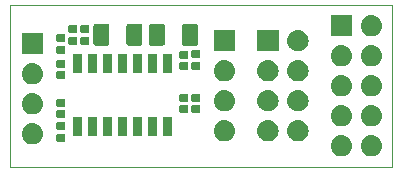
<source format=gbr>
G04 #@! TF.GenerationSoftware,KiCad,Pcbnew,(5.1.0)-1*
G04 #@! TF.CreationDate,2020-05-09T23:37:50+02:00*
G04 #@! TF.ProjectId,Token,546f6b65-6e2e-46b6-9963-61645f706362,rev?*
G04 #@! TF.SameCoordinates,Original*
G04 #@! TF.FileFunction,Soldermask,Top*
G04 #@! TF.FilePolarity,Negative*
%FSLAX46Y46*%
G04 Gerber Fmt 4.6, Leading zero omitted, Abs format (unit mm)*
G04 Created by KiCad (PCBNEW (5.1.0)-1) date 2020-05-09 23:37:50*
%MOMM*%
%LPD*%
G04 APERTURE LIST*
%ADD10C,0.050000*%
%ADD11C,0.100000*%
G04 APERTURE END LIST*
D10*
X138049000Y-49149000D02*
X138049000Y-48133000D01*
X170434000Y-49149000D02*
X138049000Y-49149000D01*
X138049000Y-35433000D02*
X138049000Y-48133000D01*
X170434000Y-35433000D02*
X138049000Y-35433000D01*
X170434000Y-49149000D02*
X170434000Y-35433000D01*
D11*
G36*
X168766442Y-46476518D02*
G01*
X168832627Y-46483037D01*
X169002466Y-46534557D01*
X169158991Y-46618222D01*
X169194729Y-46647552D01*
X169296186Y-46730814D01*
X169379448Y-46832271D01*
X169408778Y-46868009D01*
X169492443Y-47024534D01*
X169543963Y-47194373D01*
X169561359Y-47371000D01*
X169543963Y-47547627D01*
X169492443Y-47717466D01*
X169408778Y-47873991D01*
X169379448Y-47909729D01*
X169296186Y-48011186D01*
X169194729Y-48094448D01*
X169158991Y-48123778D01*
X169002466Y-48207443D01*
X168832627Y-48258963D01*
X168766442Y-48265482D01*
X168700260Y-48272000D01*
X168611740Y-48272000D01*
X168545558Y-48265482D01*
X168479373Y-48258963D01*
X168309534Y-48207443D01*
X168153009Y-48123778D01*
X168117271Y-48094448D01*
X168015814Y-48011186D01*
X167932552Y-47909729D01*
X167903222Y-47873991D01*
X167819557Y-47717466D01*
X167768037Y-47547627D01*
X167750641Y-47371000D01*
X167768037Y-47194373D01*
X167819557Y-47024534D01*
X167903222Y-46868009D01*
X167932552Y-46832271D01*
X168015814Y-46730814D01*
X168117271Y-46647552D01*
X168153009Y-46618222D01*
X168309534Y-46534557D01*
X168479373Y-46483037D01*
X168545557Y-46476519D01*
X168611740Y-46470000D01*
X168700260Y-46470000D01*
X168766442Y-46476518D01*
X168766442Y-46476518D01*
G37*
G36*
X166226442Y-46476518D02*
G01*
X166292627Y-46483037D01*
X166462466Y-46534557D01*
X166618991Y-46618222D01*
X166654729Y-46647552D01*
X166756186Y-46730814D01*
X166839448Y-46832271D01*
X166868778Y-46868009D01*
X166952443Y-47024534D01*
X167003963Y-47194373D01*
X167021359Y-47371000D01*
X167003963Y-47547627D01*
X166952443Y-47717466D01*
X166868778Y-47873991D01*
X166839448Y-47909729D01*
X166756186Y-48011186D01*
X166654729Y-48094448D01*
X166618991Y-48123778D01*
X166462466Y-48207443D01*
X166292627Y-48258963D01*
X166226442Y-48265482D01*
X166160260Y-48272000D01*
X166071740Y-48272000D01*
X166005558Y-48265482D01*
X165939373Y-48258963D01*
X165769534Y-48207443D01*
X165613009Y-48123778D01*
X165577271Y-48094448D01*
X165475814Y-48011186D01*
X165392552Y-47909729D01*
X165363222Y-47873991D01*
X165279557Y-47717466D01*
X165228037Y-47547627D01*
X165210641Y-47371000D01*
X165228037Y-47194373D01*
X165279557Y-47024534D01*
X165363222Y-46868009D01*
X165392552Y-46832271D01*
X165475814Y-46730814D01*
X165577271Y-46647552D01*
X165613009Y-46618222D01*
X165769534Y-46534557D01*
X165939373Y-46483037D01*
X166005557Y-46476519D01*
X166071740Y-46470000D01*
X166160260Y-46470000D01*
X166226442Y-46476518D01*
X166226442Y-46476518D01*
G37*
G36*
X140064443Y-45460519D02*
G01*
X140130627Y-45467037D01*
X140300466Y-45518557D01*
X140456991Y-45602222D01*
X140492729Y-45631552D01*
X140594186Y-45714814D01*
X140677448Y-45816271D01*
X140706778Y-45852009D01*
X140790443Y-46008534D01*
X140841963Y-46178373D01*
X140859359Y-46355000D01*
X140841963Y-46531627D01*
X140790443Y-46701466D01*
X140706778Y-46857991D01*
X140677448Y-46893729D01*
X140594186Y-46995186D01*
X140492729Y-47078448D01*
X140456991Y-47107778D01*
X140300466Y-47191443D01*
X140130627Y-47242963D01*
X140064442Y-47249482D01*
X139998260Y-47256000D01*
X139909740Y-47256000D01*
X139843558Y-47249482D01*
X139777373Y-47242963D01*
X139607534Y-47191443D01*
X139451009Y-47107778D01*
X139415271Y-47078448D01*
X139313814Y-46995186D01*
X139230552Y-46893729D01*
X139201222Y-46857991D01*
X139117557Y-46701466D01*
X139066037Y-46531627D01*
X139048641Y-46355000D01*
X139066037Y-46178373D01*
X139117557Y-46008534D01*
X139201222Y-45852009D01*
X139230552Y-45816271D01*
X139313814Y-45714814D01*
X139415271Y-45631552D01*
X139451009Y-45602222D01*
X139607534Y-45518557D01*
X139777373Y-45467037D01*
X139843557Y-45460519D01*
X139909740Y-45454000D01*
X139998260Y-45454000D01*
X140064443Y-45460519D01*
X140064443Y-45460519D01*
G37*
G36*
X142648938Y-46346716D02*
G01*
X142669557Y-46352971D01*
X142688553Y-46363124D01*
X142705208Y-46376792D01*
X142718876Y-46393447D01*
X142729029Y-46412443D01*
X142735284Y-46433062D01*
X142738000Y-46460640D01*
X142738000Y-46919360D01*
X142735284Y-46946938D01*
X142729029Y-46967557D01*
X142718876Y-46986553D01*
X142705208Y-47003208D01*
X142688553Y-47016876D01*
X142669557Y-47027029D01*
X142648938Y-47033284D01*
X142621360Y-47036000D01*
X142112640Y-47036000D01*
X142085062Y-47033284D01*
X142064443Y-47027029D01*
X142045447Y-47016876D01*
X142028792Y-47003208D01*
X142015124Y-46986553D01*
X142004971Y-46967557D01*
X141998716Y-46946938D01*
X141996000Y-46919360D01*
X141996000Y-46460640D01*
X141998716Y-46433062D01*
X142004971Y-46412443D01*
X142015124Y-46393447D01*
X142028792Y-46376792D01*
X142045447Y-46363124D01*
X142064443Y-46352971D01*
X142085062Y-46346716D01*
X142112640Y-46344000D01*
X142621360Y-46344000D01*
X142648938Y-46346716D01*
X142648938Y-46346716D01*
G37*
G36*
X156320443Y-45206519D02*
G01*
X156386627Y-45213037D01*
X156556466Y-45264557D01*
X156712991Y-45348222D01*
X156744401Y-45374000D01*
X156850186Y-45460814D01*
X156920916Y-45547000D01*
X156962778Y-45598009D01*
X157046443Y-45754534D01*
X157097963Y-45924373D01*
X157115359Y-46101000D01*
X157097963Y-46277627D01*
X157046443Y-46447466D01*
X156962778Y-46603991D01*
X156933448Y-46639729D01*
X156850186Y-46741186D01*
X156748729Y-46824448D01*
X156712991Y-46853778D01*
X156556466Y-46937443D01*
X156386627Y-46988963D01*
X156323453Y-46995185D01*
X156254260Y-47002000D01*
X156165740Y-47002000D01*
X156096547Y-46995185D01*
X156033373Y-46988963D01*
X155863534Y-46937443D01*
X155707009Y-46853778D01*
X155671271Y-46824448D01*
X155569814Y-46741186D01*
X155486552Y-46639729D01*
X155457222Y-46603991D01*
X155373557Y-46447466D01*
X155322037Y-46277627D01*
X155304641Y-46101000D01*
X155322037Y-45924373D01*
X155373557Y-45754534D01*
X155457222Y-45598009D01*
X155499084Y-45547000D01*
X155569814Y-45460814D01*
X155675599Y-45374000D01*
X155707009Y-45348222D01*
X155863534Y-45264557D01*
X156033373Y-45213037D01*
X156099557Y-45206519D01*
X156165740Y-45200000D01*
X156254260Y-45200000D01*
X156320443Y-45206519D01*
X156320443Y-45206519D01*
G37*
G36*
X162543443Y-45206519D02*
G01*
X162609627Y-45213037D01*
X162779466Y-45264557D01*
X162935991Y-45348222D01*
X162967401Y-45374000D01*
X163073186Y-45460814D01*
X163143916Y-45547000D01*
X163185778Y-45598009D01*
X163269443Y-45754534D01*
X163320963Y-45924373D01*
X163338359Y-46101000D01*
X163320963Y-46277627D01*
X163269443Y-46447466D01*
X163185778Y-46603991D01*
X163156448Y-46639729D01*
X163073186Y-46741186D01*
X162971729Y-46824448D01*
X162935991Y-46853778D01*
X162779466Y-46937443D01*
X162609627Y-46988963D01*
X162546453Y-46995185D01*
X162477260Y-47002000D01*
X162388740Y-47002000D01*
X162319547Y-46995185D01*
X162256373Y-46988963D01*
X162086534Y-46937443D01*
X161930009Y-46853778D01*
X161894271Y-46824448D01*
X161792814Y-46741186D01*
X161709552Y-46639729D01*
X161680222Y-46603991D01*
X161596557Y-46447466D01*
X161545037Y-46277627D01*
X161527641Y-46101000D01*
X161545037Y-45924373D01*
X161596557Y-45754534D01*
X161680222Y-45598009D01*
X161722084Y-45547000D01*
X161792814Y-45460814D01*
X161898599Y-45374000D01*
X161930009Y-45348222D01*
X162086534Y-45264557D01*
X162256373Y-45213037D01*
X162322557Y-45206519D01*
X162388740Y-45200000D01*
X162477260Y-45200000D01*
X162543443Y-45206519D01*
X162543443Y-45206519D01*
G37*
G36*
X160003443Y-45206519D02*
G01*
X160069627Y-45213037D01*
X160239466Y-45264557D01*
X160395991Y-45348222D01*
X160427401Y-45374000D01*
X160533186Y-45460814D01*
X160603916Y-45547000D01*
X160645778Y-45598009D01*
X160729443Y-45754534D01*
X160780963Y-45924373D01*
X160798359Y-46101000D01*
X160780963Y-46277627D01*
X160729443Y-46447466D01*
X160645778Y-46603991D01*
X160616448Y-46639729D01*
X160533186Y-46741186D01*
X160431729Y-46824448D01*
X160395991Y-46853778D01*
X160239466Y-46937443D01*
X160069627Y-46988963D01*
X160006453Y-46995185D01*
X159937260Y-47002000D01*
X159848740Y-47002000D01*
X159779547Y-46995185D01*
X159716373Y-46988963D01*
X159546534Y-46937443D01*
X159390009Y-46853778D01*
X159354271Y-46824448D01*
X159252814Y-46741186D01*
X159169552Y-46639729D01*
X159140222Y-46603991D01*
X159056557Y-46447466D01*
X159005037Y-46277627D01*
X158987641Y-46101000D01*
X159005037Y-45924373D01*
X159056557Y-45754534D01*
X159140222Y-45598009D01*
X159182084Y-45547000D01*
X159252814Y-45460814D01*
X159358599Y-45374000D01*
X159390009Y-45348222D01*
X159546534Y-45264557D01*
X159716373Y-45213037D01*
X159782557Y-45206519D01*
X159848740Y-45200000D01*
X159937260Y-45200000D01*
X160003443Y-45206519D01*
X160003443Y-45206519D01*
G37*
G36*
X145385000Y-46587000D02*
G01*
X144683000Y-46587000D01*
X144683000Y-44985000D01*
X145385000Y-44985000D01*
X145385000Y-46587000D01*
X145385000Y-46587000D01*
G37*
G36*
X144115000Y-46587000D02*
G01*
X143413000Y-46587000D01*
X143413000Y-44985000D01*
X144115000Y-44985000D01*
X144115000Y-46587000D01*
X144115000Y-46587000D01*
G37*
G36*
X146655000Y-46587000D02*
G01*
X145953000Y-46587000D01*
X145953000Y-44985000D01*
X146655000Y-44985000D01*
X146655000Y-46587000D01*
X146655000Y-46587000D01*
G37*
G36*
X147925000Y-46587000D02*
G01*
X147223000Y-46587000D01*
X147223000Y-44985000D01*
X147925000Y-44985000D01*
X147925000Y-46587000D01*
X147925000Y-46587000D01*
G37*
G36*
X149195000Y-46587000D02*
G01*
X148493000Y-46587000D01*
X148493000Y-44985000D01*
X149195000Y-44985000D01*
X149195000Y-46587000D01*
X149195000Y-46587000D01*
G37*
G36*
X150465000Y-46587000D02*
G01*
X149763000Y-46587000D01*
X149763000Y-44985000D01*
X150465000Y-44985000D01*
X150465000Y-46587000D01*
X150465000Y-46587000D01*
G37*
G36*
X151735000Y-46587000D02*
G01*
X151033000Y-46587000D01*
X151033000Y-44985000D01*
X151735000Y-44985000D01*
X151735000Y-46587000D01*
X151735000Y-46587000D01*
G37*
G36*
X142648938Y-45376716D02*
G01*
X142669557Y-45382971D01*
X142688553Y-45393124D01*
X142705208Y-45406792D01*
X142718876Y-45423447D01*
X142729029Y-45442443D01*
X142735284Y-45463062D01*
X142738000Y-45490640D01*
X142738000Y-45949360D01*
X142735284Y-45976938D01*
X142729029Y-45997557D01*
X142718876Y-46016553D01*
X142705208Y-46033208D01*
X142688553Y-46046876D01*
X142669557Y-46057029D01*
X142648938Y-46063284D01*
X142621360Y-46066000D01*
X142112640Y-46066000D01*
X142085062Y-46063284D01*
X142064443Y-46057029D01*
X142045447Y-46046876D01*
X142028792Y-46033208D01*
X142015124Y-46016553D01*
X142004971Y-45997557D01*
X141998716Y-45976938D01*
X141996000Y-45949360D01*
X141996000Y-45490640D01*
X141998716Y-45463062D01*
X142004971Y-45442443D01*
X142015124Y-45423447D01*
X142028792Y-45406792D01*
X142045447Y-45393124D01*
X142064443Y-45382971D01*
X142085062Y-45376716D01*
X142112640Y-45374000D01*
X142621360Y-45374000D01*
X142648938Y-45376716D01*
X142648938Y-45376716D01*
G37*
G36*
X168766443Y-43936519D02*
G01*
X168832627Y-43943037D01*
X169002466Y-43994557D01*
X169158991Y-44078222D01*
X169161157Y-44080000D01*
X169296186Y-44190814D01*
X169379448Y-44292271D01*
X169408778Y-44328009D01*
X169408779Y-44328011D01*
X169492025Y-44483751D01*
X169492443Y-44484534D01*
X169543963Y-44654373D01*
X169561359Y-44831000D01*
X169543963Y-45007627D01*
X169492443Y-45177466D01*
X169408778Y-45333991D01*
X169379448Y-45369729D01*
X169296186Y-45471186D01*
X169203805Y-45547000D01*
X169158991Y-45583778D01*
X169002466Y-45667443D01*
X168832627Y-45718963D01*
X168766442Y-45725482D01*
X168700260Y-45732000D01*
X168611740Y-45732000D01*
X168545558Y-45725482D01*
X168479373Y-45718963D01*
X168309534Y-45667443D01*
X168153009Y-45583778D01*
X168108195Y-45547000D01*
X168015814Y-45471186D01*
X167932552Y-45369729D01*
X167903222Y-45333991D01*
X167819557Y-45177466D01*
X167768037Y-45007627D01*
X167750641Y-44831000D01*
X167768037Y-44654373D01*
X167819557Y-44484534D01*
X167819976Y-44483751D01*
X167903221Y-44328011D01*
X167903222Y-44328009D01*
X167932552Y-44292271D01*
X168015814Y-44190814D01*
X168150843Y-44080000D01*
X168153009Y-44078222D01*
X168309534Y-43994557D01*
X168479373Y-43943037D01*
X168545557Y-43936519D01*
X168611740Y-43930000D01*
X168700260Y-43930000D01*
X168766443Y-43936519D01*
X168766443Y-43936519D01*
G37*
G36*
X166226443Y-43936519D02*
G01*
X166292627Y-43943037D01*
X166462466Y-43994557D01*
X166618991Y-44078222D01*
X166621157Y-44080000D01*
X166756186Y-44190814D01*
X166839448Y-44292271D01*
X166868778Y-44328009D01*
X166868779Y-44328011D01*
X166952025Y-44483751D01*
X166952443Y-44484534D01*
X167003963Y-44654373D01*
X167021359Y-44831000D01*
X167003963Y-45007627D01*
X166952443Y-45177466D01*
X166868778Y-45333991D01*
X166839448Y-45369729D01*
X166756186Y-45471186D01*
X166663805Y-45547000D01*
X166618991Y-45583778D01*
X166462466Y-45667443D01*
X166292627Y-45718963D01*
X166226442Y-45725482D01*
X166160260Y-45732000D01*
X166071740Y-45732000D01*
X166005558Y-45725482D01*
X165939373Y-45718963D01*
X165769534Y-45667443D01*
X165613009Y-45583778D01*
X165568195Y-45547000D01*
X165475814Y-45471186D01*
X165392552Y-45369729D01*
X165363222Y-45333991D01*
X165279557Y-45177466D01*
X165228037Y-45007627D01*
X165210641Y-44831000D01*
X165228037Y-44654373D01*
X165279557Y-44484534D01*
X165279976Y-44483751D01*
X165363221Y-44328011D01*
X165363222Y-44328009D01*
X165392552Y-44292271D01*
X165475814Y-44190814D01*
X165610843Y-44080000D01*
X165613009Y-44078222D01*
X165769534Y-43994557D01*
X165939373Y-43943037D01*
X166005557Y-43936519D01*
X166071740Y-43930000D01*
X166160260Y-43930000D01*
X166226443Y-43936519D01*
X166226443Y-43936519D01*
G37*
G36*
X142648938Y-44360716D02*
G01*
X142669557Y-44366971D01*
X142688553Y-44377124D01*
X142705208Y-44390792D01*
X142718876Y-44407447D01*
X142729029Y-44426443D01*
X142735284Y-44447062D01*
X142738000Y-44474640D01*
X142738000Y-44933360D01*
X142735284Y-44960938D01*
X142729029Y-44981557D01*
X142718876Y-45000553D01*
X142705208Y-45017208D01*
X142688553Y-45030876D01*
X142669557Y-45041029D01*
X142648938Y-45047284D01*
X142621360Y-45050000D01*
X142112640Y-45050000D01*
X142085062Y-45047284D01*
X142064443Y-45041029D01*
X142045447Y-45030876D01*
X142028792Y-45017208D01*
X142015124Y-45000553D01*
X142004971Y-44981557D01*
X141998716Y-44960938D01*
X141996000Y-44933360D01*
X141996000Y-44474640D01*
X141998716Y-44447062D01*
X142004971Y-44426443D01*
X142015124Y-44407447D01*
X142028792Y-44390792D01*
X142045447Y-44377124D01*
X142064443Y-44366971D01*
X142085062Y-44360716D01*
X142112640Y-44358000D01*
X142621360Y-44358000D01*
X142648938Y-44360716D01*
X142648938Y-44360716D01*
G37*
G36*
X140064443Y-42920519D02*
G01*
X140130627Y-42927037D01*
X140300466Y-42978557D01*
X140300468Y-42978558D01*
X140360128Y-43010447D01*
X140456991Y-43062222D01*
X140492729Y-43091552D01*
X140594186Y-43174814D01*
X140677448Y-43276271D01*
X140706778Y-43312009D01*
X140790443Y-43468534D01*
X140841963Y-43638373D01*
X140859359Y-43815000D01*
X140841963Y-43991627D01*
X140790443Y-44161466D01*
X140706778Y-44317991D01*
X140677448Y-44353729D01*
X140594186Y-44455186D01*
X140531829Y-44506360D01*
X140456991Y-44567778D01*
X140300466Y-44651443D01*
X140130627Y-44702963D01*
X140064443Y-44709481D01*
X139998260Y-44716000D01*
X139909740Y-44716000D01*
X139843557Y-44709481D01*
X139777373Y-44702963D01*
X139607534Y-44651443D01*
X139451009Y-44567778D01*
X139376171Y-44506360D01*
X139313814Y-44455186D01*
X139230552Y-44353729D01*
X139201222Y-44317991D01*
X139117557Y-44161466D01*
X139066037Y-43991627D01*
X139048641Y-43815000D01*
X139066037Y-43638373D01*
X139117557Y-43468534D01*
X139201222Y-43312009D01*
X139230552Y-43276271D01*
X139313814Y-43174814D01*
X139415271Y-43091552D01*
X139451009Y-43062222D01*
X139547872Y-43010447D01*
X139607532Y-42978558D01*
X139607534Y-42978557D01*
X139777373Y-42927037D01*
X139843557Y-42920519D01*
X139909740Y-42914000D01*
X139998260Y-42914000D01*
X140064443Y-42920519D01*
X140064443Y-42920519D01*
G37*
G36*
X154078938Y-43933716D02*
G01*
X154099557Y-43939971D01*
X154118553Y-43950124D01*
X154135208Y-43963792D01*
X154148876Y-43980447D01*
X154159029Y-43999443D01*
X154165284Y-44020062D01*
X154168000Y-44047640D01*
X154168000Y-44506360D01*
X154165284Y-44533938D01*
X154159029Y-44554557D01*
X154148876Y-44573553D01*
X154135208Y-44590208D01*
X154118553Y-44603876D01*
X154099557Y-44614029D01*
X154078938Y-44620284D01*
X154051360Y-44623000D01*
X153542640Y-44623000D01*
X153515062Y-44620284D01*
X153494443Y-44614029D01*
X153475447Y-44603876D01*
X153458792Y-44590208D01*
X153445124Y-44573553D01*
X153434971Y-44554557D01*
X153428716Y-44533938D01*
X153426000Y-44506360D01*
X153426000Y-44047640D01*
X153428716Y-44020062D01*
X153434971Y-43999443D01*
X153445124Y-43980447D01*
X153458792Y-43963792D01*
X153475447Y-43950124D01*
X153494443Y-43939971D01*
X153515062Y-43933716D01*
X153542640Y-43931000D01*
X154051360Y-43931000D01*
X154078938Y-43933716D01*
X154078938Y-43933716D01*
G37*
G36*
X153062938Y-43933716D02*
G01*
X153083557Y-43939971D01*
X153102553Y-43950124D01*
X153119208Y-43963792D01*
X153132876Y-43980447D01*
X153143029Y-43999443D01*
X153149284Y-44020062D01*
X153152000Y-44047640D01*
X153152000Y-44506360D01*
X153149284Y-44533938D01*
X153143029Y-44554557D01*
X153132876Y-44573553D01*
X153119208Y-44590208D01*
X153102553Y-44603876D01*
X153083557Y-44614029D01*
X153062938Y-44620284D01*
X153035360Y-44623000D01*
X152526640Y-44623000D01*
X152499062Y-44620284D01*
X152478443Y-44614029D01*
X152459447Y-44603876D01*
X152442792Y-44590208D01*
X152429124Y-44573553D01*
X152418971Y-44554557D01*
X152412716Y-44533938D01*
X152410000Y-44506360D01*
X152410000Y-44047640D01*
X152412716Y-44020062D01*
X152418971Y-43999443D01*
X152429124Y-43980447D01*
X152442792Y-43963792D01*
X152459447Y-43950124D01*
X152478443Y-43939971D01*
X152499062Y-43933716D01*
X152526640Y-43931000D01*
X153035360Y-43931000D01*
X153062938Y-43933716D01*
X153062938Y-43933716D01*
G37*
G36*
X156320442Y-42666518D02*
G01*
X156386627Y-42673037D01*
X156556466Y-42724557D01*
X156712991Y-42808222D01*
X156748729Y-42837552D01*
X156850186Y-42920814D01*
X156923745Y-43010447D01*
X156962778Y-43058009D01*
X157046443Y-43214534D01*
X157097963Y-43384373D01*
X157115359Y-43561000D01*
X157097963Y-43737627D01*
X157046443Y-43907466D01*
X156962778Y-44063991D01*
X156933448Y-44099729D01*
X156850186Y-44201186D01*
X156748729Y-44284448D01*
X156712991Y-44313778D01*
X156712989Y-44313779D01*
X156575712Y-44387156D01*
X156556466Y-44397443D01*
X156386627Y-44448963D01*
X156323453Y-44455185D01*
X156254260Y-44462000D01*
X156165740Y-44462000D01*
X156096547Y-44455185D01*
X156033373Y-44448963D01*
X155863534Y-44397443D01*
X155844289Y-44387156D01*
X155707011Y-44313779D01*
X155707009Y-44313778D01*
X155671271Y-44284448D01*
X155569814Y-44201186D01*
X155486552Y-44099729D01*
X155457222Y-44063991D01*
X155373557Y-43907466D01*
X155322037Y-43737627D01*
X155304641Y-43561000D01*
X155322037Y-43384373D01*
X155373557Y-43214534D01*
X155457222Y-43058009D01*
X155496255Y-43010447D01*
X155569814Y-42920814D01*
X155671271Y-42837552D01*
X155707009Y-42808222D01*
X155863534Y-42724557D01*
X156033373Y-42673037D01*
X156099558Y-42666518D01*
X156165740Y-42660000D01*
X156254260Y-42660000D01*
X156320442Y-42666518D01*
X156320442Y-42666518D01*
G37*
G36*
X160003442Y-42666518D02*
G01*
X160069627Y-42673037D01*
X160239466Y-42724557D01*
X160395991Y-42808222D01*
X160431729Y-42837552D01*
X160533186Y-42920814D01*
X160606745Y-43010447D01*
X160645778Y-43058009D01*
X160729443Y-43214534D01*
X160780963Y-43384373D01*
X160798359Y-43561000D01*
X160780963Y-43737627D01*
X160729443Y-43907466D01*
X160645778Y-44063991D01*
X160616448Y-44099729D01*
X160533186Y-44201186D01*
X160431729Y-44284448D01*
X160395991Y-44313778D01*
X160395989Y-44313779D01*
X160258712Y-44387156D01*
X160239466Y-44397443D01*
X160069627Y-44448963D01*
X160006453Y-44455185D01*
X159937260Y-44462000D01*
X159848740Y-44462000D01*
X159779547Y-44455185D01*
X159716373Y-44448963D01*
X159546534Y-44397443D01*
X159527289Y-44387156D01*
X159390011Y-44313779D01*
X159390009Y-44313778D01*
X159354271Y-44284448D01*
X159252814Y-44201186D01*
X159169552Y-44099729D01*
X159140222Y-44063991D01*
X159056557Y-43907466D01*
X159005037Y-43737627D01*
X158987641Y-43561000D01*
X159005037Y-43384373D01*
X159056557Y-43214534D01*
X159140222Y-43058009D01*
X159179255Y-43010447D01*
X159252814Y-42920814D01*
X159354271Y-42837552D01*
X159390009Y-42808222D01*
X159546534Y-42724557D01*
X159716373Y-42673037D01*
X159782558Y-42666518D01*
X159848740Y-42660000D01*
X159937260Y-42660000D01*
X160003442Y-42666518D01*
X160003442Y-42666518D01*
G37*
G36*
X162543442Y-42666518D02*
G01*
X162609627Y-42673037D01*
X162779466Y-42724557D01*
X162935991Y-42808222D01*
X162971729Y-42837552D01*
X163073186Y-42920814D01*
X163146745Y-43010447D01*
X163185778Y-43058009D01*
X163269443Y-43214534D01*
X163320963Y-43384373D01*
X163338359Y-43561000D01*
X163320963Y-43737627D01*
X163269443Y-43907466D01*
X163185778Y-44063991D01*
X163156448Y-44099729D01*
X163073186Y-44201186D01*
X162971729Y-44284448D01*
X162935991Y-44313778D01*
X162935989Y-44313779D01*
X162798712Y-44387156D01*
X162779466Y-44397443D01*
X162609627Y-44448963D01*
X162546453Y-44455185D01*
X162477260Y-44462000D01*
X162388740Y-44462000D01*
X162319547Y-44455185D01*
X162256373Y-44448963D01*
X162086534Y-44397443D01*
X162067289Y-44387156D01*
X161930011Y-44313779D01*
X161930009Y-44313778D01*
X161894271Y-44284448D01*
X161792814Y-44201186D01*
X161709552Y-44099729D01*
X161680222Y-44063991D01*
X161596557Y-43907466D01*
X161545037Y-43737627D01*
X161527641Y-43561000D01*
X161545037Y-43384373D01*
X161596557Y-43214534D01*
X161680222Y-43058009D01*
X161719255Y-43010447D01*
X161792814Y-42920814D01*
X161894271Y-42837552D01*
X161930009Y-42808222D01*
X162086534Y-42724557D01*
X162256373Y-42673037D01*
X162322558Y-42666518D01*
X162388740Y-42660000D01*
X162477260Y-42660000D01*
X162543442Y-42666518D01*
X162543442Y-42666518D01*
G37*
G36*
X142648938Y-43390716D02*
G01*
X142669557Y-43396971D01*
X142688553Y-43407124D01*
X142705208Y-43420792D01*
X142718876Y-43437447D01*
X142729029Y-43456443D01*
X142735284Y-43477062D01*
X142738000Y-43504640D01*
X142738000Y-43963360D01*
X142735284Y-43990938D01*
X142729029Y-44011557D01*
X142718876Y-44030553D01*
X142705208Y-44047208D01*
X142688553Y-44060876D01*
X142669557Y-44071029D01*
X142648938Y-44077284D01*
X142621360Y-44080000D01*
X142112640Y-44080000D01*
X142085062Y-44077284D01*
X142064443Y-44071029D01*
X142045447Y-44060876D01*
X142028792Y-44047208D01*
X142015124Y-44030553D01*
X142004971Y-44011557D01*
X141998716Y-43990938D01*
X141996000Y-43963360D01*
X141996000Y-43504640D01*
X141998716Y-43477062D01*
X142004971Y-43456443D01*
X142015124Y-43437447D01*
X142028792Y-43420792D01*
X142045447Y-43407124D01*
X142064443Y-43396971D01*
X142085062Y-43390716D01*
X142112640Y-43388000D01*
X142621360Y-43388000D01*
X142648938Y-43390716D01*
X142648938Y-43390716D01*
G37*
G36*
X153062938Y-42963716D02*
G01*
X153083557Y-42969971D01*
X153102553Y-42980124D01*
X153119208Y-42993792D01*
X153132876Y-43010447D01*
X153143029Y-43029443D01*
X153149284Y-43050062D01*
X153152000Y-43077640D01*
X153152000Y-43536360D01*
X153149284Y-43563938D01*
X153143029Y-43584557D01*
X153132876Y-43603553D01*
X153119208Y-43620208D01*
X153102553Y-43633876D01*
X153083557Y-43644029D01*
X153062938Y-43650284D01*
X153035360Y-43653000D01*
X152526640Y-43653000D01*
X152499062Y-43650284D01*
X152478443Y-43644029D01*
X152459447Y-43633876D01*
X152442792Y-43620208D01*
X152429124Y-43603553D01*
X152418971Y-43584557D01*
X152412716Y-43563938D01*
X152410000Y-43536360D01*
X152410000Y-43077640D01*
X152412716Y-43050062D01*
X152418971Y-43029443D01*
X152429124Y-43010447D01*
X152442792Y-42993792D01*
X152459447Y-42980124D01*
X152478443Y-42969971D01*
X152499062Y-42963716D01*
X152526640Y-42961000D01*
X153035360Y-42961000D01*
X153062938Y-42963716D01*
X153062938Y-42963716D01*
G37*
G36*
X154078938Y-42963716D02*
G01*
X154099557Y-42969971D01*
X154118553Y-42980124D01*
X154135208Y-42993792D01*
X154148876Y-43010447D01*
X154159029Y-43029443D01*
X154165284Y-43050062D01*
X154168000Y-43077640D01*
X154168000Y-43536360D01*
X154165284Y-43563938D01*
X154159029Y-43584557D01*
X154148876Y-43603553D01*
X154135208Y-43620208D01*
X154118553Y-43633876D01*
X154099557Y-43644029D01*
X154078938Y-43650284D01*
X154051360Y-43653000D01*
X153542640Y-43653000D01*
X153515062Y-43650284D01*
X153494443Y-43644029D01*
X153475447Y-43633876D01*
X153458792Y-43620208D01*
X153445124Y-43603553D01*
X153434971Y-43584557D01*
X153428716Y-43563938D01*
X153426000Y-43536360D01*
X153426000Y-43077640D01*
X153428716Y-43050062D01*
X153434971Y-43029443D01*
X153445124Y-43010447D01*
X153458792Y-42993792D01*
X153475447Y-42980124D01*
X153494443Y-42969971D01*
X153515062Y-42963716D01*
X153542640Y-42961000D01*
X154051360Y-42961000D01*
X154078938Y-42963716D01*
X154078938Y-42963716D01*
G37*
G36*
X168766442Y-41396518D02*
G01*
X168832627Y-41403037D01*
X169002466Y-41454557D01*
X169158991Y-41538222D01*
X169194729Y-41567552D01*
X169296186Y-41650814D01*
X169365136Y-41734831D01*
X169408778Y-41788009D01*
X169492443Y-41944534D01*
X169543963Y-42114373D01*
X169561359Y-42291000D01*
X169543963Y-42467627D01*
X169492443Y-42637466D01*
X169408778Y-42793991D01*
X169379448Y-42829729D01*
X169296186Y-42931186D01*
X169219899Y-42993792D01*
X169158991Y-43043778D01*
X169002466Y-43127443D01*
X168832627Y-43178963D01*
X168766443Y-43185481D01*
X168700260Y-43192000D01*
X168611740Y-43192000D01*
X168545558Y-43185482D01*
X168479373Y-43178963D01*
X168309534Y-43127443D01*
X168153009Y-43043778D01*
X168092101Y-42993792D01*
X168015814Y-42931186D01*
X167932552Y-42829729D01*
X167903222Y-42793991D01*
X167819557Y-42637466D01*
X167768037Y-42467627D01*
X167750641Y-42291000D01*
X167768037Y-42114373D01*
X167819557Y-41944534D01*
X167903222Y-41788009D01*
X167946864Y-41734831D01*
X168015814Y-41650814D01*
X168117271Y-41567552D01*
X168153009Y-41538222D01*
X168309534Y-41454557D01*
X168479373Y-41403037D01*
X168545558Y-41396518D01*
X168611740Y-41390000D01*
X168700260Y-41390000D01*
X168766442Y-41396518D01*
X168766442Y-41396518D01*
G37*
G36*
X166226442Y-41396518D02*
G01*
X166292627Y-41403037D01*
X166462466Y-41454557D01*
X166618991Y-41538222D01*
X166654729Y-41567552D01*
X166756186Y-41650814D01*
X166825136Y-41734831D01*
X166868778Y-41788009D01*
X166952443Y-41944534D01*
X167003963Y-42114373D01*
X167021359Y-42291000D01*
X167003963Y-42467627D01*
X166952443Y-42637466D01*
X166868778Y-42793991D01*
X166839448Y-42829729D01*
X166756186Y-42931186D01*
X166679899Y-42993792D01*
X166618991Y-43043778D01*
X166462466Y-43127443D01*
X166292627Y-43178963D01*
X166226443Y-43185481D01*
X166160260Y-43192000D01*
X166071740Y-43192000D01*
X166005558Y-43185482D01*
X165939373Y-43178963D01*
X165769534Y-43127443D01*
X165613009Y-43043778D01*
X165552101Y-42993792D01*
X165475814Y-42931186D01*
X165392552Y-42829729D01*
X165363222Y-42793991D01*
X165279557Y-42637466D01*
X165228037Y-42467627D01*
X165210641Y-42291000D01*
X165228037Y-42114373D01*
X165279557Y-41944534D01*
X165363222Y-41788009D01*
X165406864Y-41734831D01*
X165475814Y-41650814D01*
X165577271Y-41567552D01*
X165613009Y-41538222D01*
X165769534Y-41454557D01*
X165939373Y-41403037D01*
X166005558Y-41396518D01*
X166071740Y-41390000D01*
X166160260Y-41390000D01*
X166226442Y-41396518D01*
X166226442Y-41396518D01*
G37*
G36*
X140064443Y-40380519D02*
G01*
X140130627Y-40387037D01*
X140300466Y-40438557D01*
X140456991Y-40522222D01*
X140492729Y-40551552D01*
X140594186Y-40634814D01*
X140648596Y-40701114D01*
X140706778Y-40772009D01*
X140790443Y-40928534D01*
X140841963Y-41098373D01*
X140859359Y-41275000D01*
X140841963Y-41451627D01*
X140790443Y-41621466D01*
X140706778Y-41777991D01*
X140677448Y-41813729D01*
X140594186Y-41915186D01*
X140492729Y-41998448D01*
X140456991Y-42027778D01*
X140300466Y-42111443D01*
X140130627Y-42162963D01*
X140064443Y-42169481D01*
X139998260Y-42176000D01*
X139909740Y-42176000D01*
X139843557Y-42169481D01*
X139777373Y-42162963D01*
X139607534Y-42111443D01*
X139451009Y-42027778D01*
X139415271Y-41998448D01*
X139313814Y-41915186D01*
X139230552Y-41813729D01*
X139201222Y-41777991D01*
X139117557Y-41621466D01*
X139066037Y-41451627D01*
X139048641Y-41275000D01*
X139066037Y-41098373D01*
X139117557Y-40928534D01*
X139201222Y-40772009D01*
X139259404Y-40701114D01*
X139313814Y-40634814D01*
X139415271Y-40551552D01*
X139451009Y-40522222D01*
X139607534Y-40438557D01*
X139777373Y-40387037D01*
X139843558Y-40380518D01*
X139909740Y-40374000D01*
X139998260Y-40374000D01*
X140064443Y-40380519D01*
X140064443Y-40380519D01*
G37*
G36*
X162543443Y-40126519D02*
G01*
X162609627Y-40133037D01*
X162779466Y-40184557D01*
X162935991Y-40268222D01*
X162951307Y-40280792D01*
X163073186Y-40380814D01*
X163143916Y-40467000D01*
X163185778Y-40518009D01*
X163269443Y-40674534D01*
X163320963Y-40844373D01*
X163338359Y-41021000D01*
X163320963Y-41197627D01*
X163269443Y-41367466D01*
X163185778Y-41523991D01*
X163156448Y-41559729D01*
X163073186Y-41661186D01*
X162971729Y-41744448D01*
X162935991Y-41773778D01*
X162779466Y-41857443D01*
X162609627Y-41908963D01*
X162546453Y-41915185D01*
X162477260Y-41922000D01*
X162388740Y-41922000D01*
X162319547Y-41915185D01*
X162256373Y-41908963D01*
X162086534Y-41857443D01*
X161930009Y-41773778D01*
X161894271Y-41744448D01*
X161792814Y-41661186D01*
X161709552Y-41559729D01*
X161680222Y-41523991D01*
X161596557Y-41367466D01*
X161545037Y-41197627D01*
X161527641Y-41021000D01*
X161545037Y-40844373D01*
X161596557Y-40674534D01*
X161680222Y-40518009D01*
X161722084Y-40467000D01*
X161792814Y-40380814D01*
X161914693Y-40280792D01*
X161930009Y-40268222D01*
X162086534Y-40184557D01*
X162256373Y-40133037D01*
X162322558Y-40126518D01*
X162388740Y-40120000D01*
X162477260Y-40120000D01*
X162543443Y-40126519D01*
X162543443Y-40126519D01*
G37*
G36*
X160003443Y-40126519D02*
G01*
X160069627Y-40133037D01*
X160239466Y-40184557D01*
X160395991Y-40268222D01*
X160411307Y-40280792D01*
X160533186Y-40380814D01*
X160603916Y-40467000D01*
X160645778Y-40518009D01*
X160729443Y-40674534D01*
X160780963Y-40844373D01*
X160798359Y-41021000D01*
X160780963Y-41197627D01*
X160729443Y-41367466D01*
X160645778Y-41523991D01*
X160616448Y-41559729D01*
X160533186Y-41661186D01*
X160431729Y-41744448D01*
X160395991Y-41773778D01*
X160239466Y-41857443D01*
X160069627Y-41908963D01*
X160006453Y-41915185D01*
X159937260Y-41922000D01*
X159848740Y-41922000D01*
X159779547Y-41915185D01*
X159716373Y-41908963D01*
X159546534Y-41857443D01*
X159390009Y-41773778D01*
X159354271Y-41744448D01*
X159252814Y-41661186D01*
X159169552Y-41559729D01*
X159140222Y-41523991D01*
X159056557Y-41367466D01*
X159005037Y-41197627D01*
X158987641Y-41021000D01*
X159005037Y-40844373D01*
X159056557Y-40674534D01*
X159140222Y-40518009D01*
X159182084Y-40467000D01*
X159252814Y-40380814D01*
X159374693Y-40280792D01*
X159390009Y-40268222D01*
X159546534Y-40184557D01*
X159716373Y-40133037D01*
X159782558Y-40126518D01*
X159848740Y-40120000D01*
X159937260Y-40120000D01*
X160003443Y-40126519D01*
X160003443Y-40126519D01*
G37*
G36*
X156320443Y-40126519D02*
G01*
X156386627Y-40133037D01*
X156556466Y-40184557D01*
X156712991Y-40268222D01*
X156728307Y-40280792D01*
X156850186Y-40380814D01*
X156920916Y-40467000D01*
X156962778Y-40518009D01*
X157046443Y-40674534D01*
X157097963Y-40844373D01*
X157115359Y-41021000D01*
X157097963Y-41197627D01*
X157046443Y-41367466D01*
X156962778Y-41523991D01*
X156933448Y-41559729D01*
X156850186Y-41661186D01*
X156748729Y-41744448D01*
X156712991Y-41773778D01*
X156556466Y-41857443D01*
X156386627Y-41908963D01*
X156323453Y-41915185D01*
X156254260Y-41922000D01*
X156165740Y-41922000D01*
X156096547Y-41915185D01*
X156033373Y-41908963D01*
X155863534Y-41857443D01*
X155707009Y-41773778D01*
X155671271Y-41744448D01*
X155569814Y-41661186D01*
X155486552Y-41559729D01*
X155457222Y-41523991D01*
X155373557Y-41367466D01*
X155322037Y-41197627D01*
X155304641Y-41021000D01*
X155322037Y-40844373D01*
X155373557Y-40674534D01*
X155457222Y-40518009D01*
X155499084Y-40467000D01*
X155569814Y-40380814D01*
X155691693Y-40280792D01*
X155707009Y-40268222D01*
X155863534Y-40184557D01*
X156033373Y-40133037D01*
X156099558Y-40126518D01*
X156165740Y-40120000D01*
X156254260Y-40120000D01*
X156320443Y-40126519D01*
X156320443Y-40126519D01*
G37*
G36*
X142648938Y-41058716D02*
G01*
X142669557Y-41064971D01*
X142688553Y-41075124D01*
X142705208Y-41088792D01*
X142718876Y-41105447D01*
X142729029Y-41124443D01*
X142735284Y-41145062D01*
X142738000Y-41172640D01*
X142738000Y-41631360D01*
X142735284Y-41658938D01*
X142729029Y-41679557D01*
X142718876Y-41698553D01*
X142705208Y-41715208D01*
X142688553Y-41728876D01*
X142669557Y-41739029D01*
X142648938Y-41745284D01*
X142621360Y-41748000D01*
X142112640Y-41748000D01*
X142085062Y-41745284D01*
X142064443Y-41739029D01*
X142045447Y-41728876D01*
X142028792Y-41715208D01*
X142015124Y-41698553D01*
X142004971Y-41679557D01*
X141998716Y-41658938D01*
X141996000Y-41631360D01*
X141996000Y-41172640D01*
X141998716Y-41145062D01*
X142004971Y-41124443D01*
X142015124Y-41105447D01*
X142028792Y-41088792D01*
X142045447Y-41075124D01*
X142064443Y-41064971D01*
X142085062Y-41058716D01*
X142112640Y-41056000D01*
X142621360Y-41056000D01*
X142648938Y-41058716D01*
X142648938Y-41058716D01*
G37*
G36*
X151735000Y-41187000D02*
G01*
X151033000Y-41187000D01*
X151033000Y-39585000D01*
X151735000Y-39585000D01*
X151735000Y-41187000D01*
X151735000Y-41187000D01*
G37*
G36*
X150465000Y-41187000D02*
G01*
X149763000Y-41187000D01*
X149763000Y-39585000D01*
X150465000Y-39585000D01*
X150465000Y-41187000D01*
X150465000Y-41187000D01*
G37*
G36*
X149195000Y-41187000D02*
G01*
X148493000Y-41187000D01*
X148493000Y-39585000D01*
X149195000Y-39585000D01*
X149195000Y-41187000D01*
X149195000Y-41187000D01*
G37*
G36*
X147925000Y-41187000D02*
G01*
X147223000Y-41187000D01*
X147223000Y-39585000D01*
X147925000Y-39585000D01*
X147925000Y-41187000D01*
X147925000Y-41187000D01*
G37*
G36*
X146655000Y-41187000D02*
G01*
X145953000Y-41187000D01*
X145953000Y-39585000D01*
X146655000Y-39585000D01*
X146655000Y-41187000D01*
X146655000Y-41187000D01*
G37*
G36*
X145385000Y-41187000D02*
G01*
X144683000Y-41187000D01*
X144683000Y-39585000D01*
X145385000Y-39585000D01*
X145385000Y-41187000D01*
X145385000Y-41187000D01*
G37*
G36*
X144115000Y-41187000D02*
G01*
X143413000Y-41187000D01*
X143413000Y-39585000D01*
X144115000Y-39585000D01*
X144115000Y-41187000D01*
X144115000Y-41187000D01*
G37*
G36*
X153062938Y-40296716D02*
G01*
X153083557Y-40302971D01*
X153102553Y-40313124D01*
X153119208Y-40326792D01*
X153132876Y-40343447D01*
X153143029Y-40362443D01*
X153149284Y-40383062D01*
X153152000Y-40410640D01*
X153152000Y-40869360D01*
X153149284Y-40896938D01*
X153143029Y-40917557D01*
X153132876Y-40936553D01*
X153119208Y-40953208D01*
X153102553Y-40966876D01*
X153083557Y-40977029D01*
X153062938Y-40983284D01*
X153035360Y-40986000D01*
X152526640Y-40986000D01*
X152499062Y-40983284D01*
X152478443Y-40977029D01*
X152459447Y-40966876D01*
X152442792Y-40953208D01*
X152429124Y-40936553D01*
X152418971Y-40917557D01*
X152412716Y-40896938D01*
X152410000Y-40869360D01*
X152410000Y-40410640D01*
X152412716Y-40383062D01*
X152418971Y-40362443D01*
X152429124Y-40343447D01*
X152442792Y-40326792D01*
X152459447Y-40313124D01*
X152478443Y-40302971D01*
X152499062Y-40296716D01*
X152526640Y-40294000D01*
X153035360Y-40294000D01*
X153062938Y-40296716D01*
X153062938Y-40296716D01*
G37*
G36*
X154078938Y-40250716D02*
G01*
X154099557Y-40256971D01*
X154118553Y-40267124D01*
X154135208Y-40280792D01*
X154148876Y-40297447D01*
X154159029Y-40316443D01*
X154165284Y-40337062D01*
X154168000Y-40364640D01*
X154168000Y-40823360D01*
X154165284Y-40850938D01*
X154159029Y-40871557D01*
X154148876Y-40890553D01*
X154135208Y-40907208D01*
X154118553Y-40920876D01*
X154099557Y-40931029D01*
X154078938Y-40937284D01*
X154051360Y-40940000D01*
X153542640Y-40940000D01*
X153515062Y-40937284D01*
X153494443Y-40931029D01*
X153475447Y-40920876D01*
X153458792Y-40907208D01*
X153445124Y-40890553D01*
X153434971Y-40871557D01*
X153428716Y-40850938D01*
X153426000Y-40823360D01*
X153426000Y-40364640D01*
X153428716Y-40337062D01*
X153434971Y-40316443D01*
X153445124Y-40297447D01*
X153458792Y-40280792D01*
X153475447Y-40267124D01*
X153494443Y-40256971D01*
X153515062Y-40250716D01*
X153542640Y-40248000D01*
X154051360Y-40248000D01*
X154078938Y-40250716D01*
X154078938Y-40250716D01*
G37*
G36*
X142648938Y-40088716D02*
G01*
X142669557Y-40094971D01*
X142688553Y-40105124D01*
X142705208Y-40118792D01*
X142718876Y-40135447D01*
X142729029Y-40154443D01*
X142735284Y-40175062D01*
X142738000Y-40202640D01*
X142738000Y-40661360D01*
X142735284Y-40688938D01*
X142729029Y-40709557D01*
X142718876Y-40728553D01*
X142705208Y-40745208D01*
X142688553Y-40758876D01*
X142669557Y-40769029D01*
X142648938Y-40775284D01*
X142621360Y-40778000D01*
X142112640Y-40778000D01*
X142085062Y-40775284D01*
X142064443Y-40769029D01*
X142045447Y-40758876D01*
X142028792Y-40745208D01*
X142015124Y-40728553D01*
X142004971Y-40709557D01*
X141998716Y-40688938D01*
X141996000Y-40661360D01*
X141996000Y-40202640D01*
X141998716Y-40175062D01*
X142004971Y-40154443D01*
X142015124Y-40135447D01*
X142028792Y-40118792D01*
X142045447Y-40105124D01*
X142064443Y-40094971D01*
X142085062Y-40088716D01*
X142112640Y-40086000D01*
X142621360Y-40086000D01*
X142648938Y-40088716D01*
X142648938Y-40088716D01*
G37*
G36*
X166226443Y-38856519D02*
G01*
X166292627Y-38863037D01*
X166462466Y-38914557D01*
X166462468Y-38914558D01*
X166522128Y-38946447D01*
X166618991Y-38998222D01*
X166654729Y-39027552D01*
X166756186Y-39110814D01*
X166839448Y-39212271D01*
X166868778Y-39248009D01*
X166952443Y-39404534D01*
X167003963Y-39574373D01*
X167021359Y-39751000D01*
X167003963Y-39927627D01*
X166952443Y-40097466D01*
X166868778Y-40253991D01*
X166849767Y-40277156D01*
X166756186Y-40391186D01*
X166663805Y-40467000D01*
X166618991Y-40503778D01*
X166462466Y-40587443D01*
X166292627Y-40638963D01*
X166226443Y-40645481D01*
X166160260Y-40652000D01*
X166071740Y-40652000D01*
X166005557Y-40645481D01*
X165939373Y-40638963D01*
X165769534Y-40587443D01*
X165613009Y-40503778D01*
X165568195Y-40467000D01*
X165475814Y-40391186D01*
X165382233Y-40277156D01*
X165363222Y-40253991D01*
X165279557Y-40097466D01*
X165228037Y-39927627D01*
X165210641Y-39751000D01*
X165228037Y-39574373D01*
X165279557Y-39404534D01*
X165363222Y-39248009D01*
X165392552Y-39212271D01*
X165475814Y-39110814D01*
X165577271Y-39027552D01*
X165613009Y-38998222D01*
X165709872Y-38946447D01*
X165769532Y-38914558D01*
X165769534Y-38914557D01*
X165939373Y-38863037D01*
X166005557Y-38856519D01*
X166071740Y-38850000D01*
X166160260Y-38850000D01*
X166226443Y-38856519D01*
X166226443Y-38856519D01*
G37*
G36*
X168766443Y-38856519D02*
G01*
X168832627Y-38863037D01*
X169002466Y-38914557D01*
X169002468Y-38914558D01*
X169062128Y-38946447D01*
X169158991Y-38998222D01*
X169194729Y-39027552D01*
X169296186Y-39110814D01*
X169379448Y-39212271D01*
X169408778Y-39248009D01*
X169492443Y-39404534D01*
X169543963Y-39574373D01*
X169561359Y-39751000D01*
X169543963Y-39927627D01*
X169492443Y-40097466D01*
X169408778Y-40253991D01*
X169389767Y-40277156D01*
X169296186Y-40391186D01*
X169203805Y-40467000D01*
X169158991Y-40503778D01*
X169002466Y-40587443D01*
X168832627Y-40638963D01*
X168766443Y-40645481D01*
X168700260Y-40652000D01*
X168611740Y-40652000D01*
X168545557Y-40645481D01*
X168479373Y-40638963D01*
X168309534Y-40587443D01*
X168153009Y-40503778D01*
X168108195Y-40467000D01*
X168015814Y-40391186D01*
X167922233Y-40277156D01*
X167903222Y-40253991D01*
X167819557Y-40097466D01*
X167768037Y-39927627D01*
X167750641Y-39751000D01*
X167768037Y-39574373D01*
X167819557Y-39404534D01*
X167903222Y-39248009D01*
X167932552Y-39212271D01*
X168015814Y-39110814D01*
X168117271Y-39027552D01*
X168153009Y-38998222D01*
X168249872Y-38946447D01*
X168309532Y-38914558D01*
X168309534Y-38914557D01*
X168479373Y-38863037D01*
X168545557Y-38856519D01*
X168611740Y-38850000D01*
X168700260Y-38850000D01*
X168766443Y-38856519D01*
X168766443Y-38856519D01*
G37*
G36*
X153062938Y-39326716D02*
G01*
X153083557Y-39332971D01*
X153102553Y-39343124D01*
X153119208Y-39356792D01*
X153132876Y-39373447D01*
X153143029Y-39392443D01*
X153149284Y-39413062D01*
X153152000Y-39440640D01*
X153152000Y-39899360D01*
X153149284Y-39926938D01*
X153143029Y-39947557D01*
X153132876Y-39966553D01*
X153119208Y-39983208D01*
X153102553Y-39996876D01*
X153083557Y-40007029D01*
X153062938Y-40013284D01*
X153035360Y-40016000D01*
X152526640Y-40016000D01*
X152499062Y-40013284D01*
X152478443Y-40007029D01*
X152459447Y-39996876D01*
X152442792Y-39983208D01*
X152429124Y-39966553D01*
X152418971Y-39947557D01*
X152412716Y-39926938D01*
X152410000Y-39899360D01*
X152410000Y-39440640D01*
X152412716Y-39413062D01*
X152418971Y-39392443D01*
X152429124Y-39373447D01*
X152442792Y-39356792D01*
X152459447Y-39343124D01*
X152478443Y-39332971D01*
X152499062Y-39326716D01*
X152526640Y-39324000D01*
X153035360Y-39324000D01*
X153062938Y-39326716D01*
X153062938Y-39326716D01*
G37*
G36*
X154078938Y-39280716D02*
G01*
X154099557Y-39286971D01*
X154118553Y-39297124D01*
X154135208Y-39310792D01*
X154148876Y-39327447D01*
X154159029Y-39346443D01*
X154165284Y-39367062D01*
X154168000Y-39394640D01*
X154168000Y-39853360D01*
X154165284Y-39880938D01*
X154159029Y-39901557D01*
X154148876Y-39920553D01*
X154135208Y-39937208D01*
X154118553Y-39950876D01*
X154099557Y-39961029D01*
X154078938Y-39967284D01*
X154051360Y-39970000D01*
X153542640Y-39970000D01*
X153515062Y-39967284D01*
X153494443Y-39961029D01*
X153475447Y-39950876D01*
X153458792Y-39937208D01*
X153445124Y-39920553D01*
X153434971Y-39901557D01*
X153428716Y-39880938D01*
X153426000Y-39853360D01*
X153426000Y-39394640D01*
X153428716Y-39367062D01*
X153434971Y-39346443D01*
X153445124Y-39327447D01*
X153458792Y-39310792D01*
X153475447Y-39297124D01*
X153494443Y-39286971D01*
X153515062Y-39280716D01*
X153542640Y-39278000D01*
X154051360Y-39278000D01*
X154078938Y-39280716D01*
X154078938Y-39280716D01*
G37*
G36*
X140855000Y-39636000D02*
G01*
X139053000Y-39636000D01*
X139053000Y-37834000D01*
X140855000Y-37834000D01*
X140855000Y-39636000D01*
X140855000Y-39636000D01*
G37*
G36*
X142648938Y-38899716D02*
G01*
X142669557Y-38905971D01*
X142688553Y-38916124D01*
X142705208Y-38929792D01*
X142718876Y-38946447D01*
X142729029Y-38965443D01*
X142735284Y-38986062D01*
X142738000Y-39013640D01*
X142738000Y-39472360D01*
X142735284Y-39499938D01*
X142729029Y-39520557D01*
X142718876Y-39539553D01*
X142705208Y-39556208D01*
X142688553Y-39569876D01*
X142669557Y-39580029D01*
X142648938Y-39586284D01*
X142621360Y-39589000D01*
X142112640Y-39589000D01*
X142085062Y-39586284D01*
X142064443Y-39580029D01*
X142045447Y-39569876D01*
X142028792Y-39556208D01*
X142015124Y-39539553D01*
X142004971Y-39520557D01*
X141998716Y-39499938D01*
X141996000Y-39472360D01*
X141996000Y-39013640D01*
X141998716Y-38986062D01*
X142004971Y-38965443D01*
X142015124Y-38946447D01*
X142028792Y-38929792D01*
X142045447Y-38916124D01*
X142064443Y-38905971D01*
X142085062Y-38899716D01*
X142112640Y-38897000D01*
X142621360Y-38897000D01*
X142648938Y-38899716D01*
X142648938Y-38899716D01*
G37*
G36*
X160794000Y-39382000D02*
G01*
X158992000Y-39382000D01*
X158992000Y-37580000D01*
X160794000Y-37580000D01*
X160794000Y-39382000D01*
X160794000Y-39382000D01*
G37*
G36*
X157111000Y-39382000D02*
G01*
X155309000Y-39382000D01*
X155309000Y-37580000D01*
X157111000Y-37580000D01*
X157111000Y-39382000D01*
X157111000Y-39382000D01*
G37*
G36*
X162543442Y-37586518D02*
G01*
X162609627Y-37593037D01*
X162779466Y-37644557D01*
X162935991Y-37728222D01*
X162950781Y-37740360D01*
X163073186Y-37840814D01*
X163143916Y-37927000D01*
X163185778Y-37978009D01*
X163269443Y-38134534D01*
X163320963Y-38304373D01*
X163338359Y-38481000D01*
X163320963Y-38657627D01*
X163269443Y-38827466D01*
X163185778Y-38983991D01*
X163156448Y-39019729D01*
X163073186Y-39121186D01*
X162971729Y-39204448D01*
X162935991Y-39233778D01*
X162935989Y-39233779D01*
X162798712Y-39307156D01*
X162779466Y-39317443D01*
X162609627Y-39368963D01*
X162564099Y-39373447D01*
X162477260Y-39382000D01*
X162388740Y-39382000D01*
X162301901Y-39373447D01*
X162256373Y-39368963D01*
X162086534Y-39317443D01*
X162067289Y-39307156D01*
X161930011Y-39233779D01*
X161930009Y-39233778D01*
X161894271Y-39204448D01*
X161792814Y-39121186D01*
X161709552Y-39019729D01*
X161680222Y-38983991D01*
X161596557Y-38827466D01*
X161545037Y-38657627D01*
X161527641Y-38481000D01*
X161545037Y-38304373D01*
X161596557Y-38134534D01*
X161680222Y-37978009D01*
X161722084Y-37927000D01*
X161792814Y-37840814D01*
X161915219Y-37740360D01*
X161930009Y-37728222D01*
X162086534Y-37644557D01*
X162256373Y-37593037D01*
X162322558Y-37586518D01*
X162388740Y-37580000D01*
X162477260Y-37580000D01*
X162543442Y-37586518D01*
X162543442Y-37586518D01*
G37*
G36*
X146314604Y-37051347D02*
G01*
X146351144Y-37062432D01*
X146384821Y-37080433D01*
X146414341Y-37104659D01*
X146438567Y-37134179D01*
X146456568Y-37167856D01*
X146467653Y-37204396D01*
X146472000Y-37248538D01*
X146472000Y-38697462D01*
X146467653Y-38741604D01*
X146456568Y-38778144D01*
X146438567Y-38811821D01*
X146414341Y-38841341D01*
X146384821Y-38865567D01*
X146351144Y-38883568D01*
X146314604Y-38894653D01*
X146270462Y-38899000D01*
X145321538Y-38899000D01*
X145277396Y-38894653D01*
X145240856Y-38883568D01*
X145207179Y-38865567D01*
X145177659Y-38841341D01*
X145153433Y-38811821D01*
X145135432Y-38778144D01*
X145124347Y-38741604D01*
X145120000Y-38697462D01*
X145120000Y-37248538D01*
X145124347Y-37204396D01*
X145135432Y-37167856D01*
X145153433Y-37134179D01*
X145177659Y-37104659D01*
X145207179Y-37080433D01*
X145240856Y-37062432D01*
X145277396Y-37051347D01*
X145321538Y-37047000D01*
X146270462Y-37047000D01*
X146314604Y-37051347D01*
X146314604Y-37051347D01*
G37*
G36*
X153813604Y-37051347D02*
G01*
X153850144Y-37062432D01*
X153883821Y-37080433D01*
X153913341Y-37104659D01*
X153937567Y-37134179D01*
X153955568Y-37167856D01*
X153966653Y-37204396D01*
X153971000Y-37248538D01*
X153971000Y-38697462D01*
X153966653Y-38741604D01*
X153955568Y-38778144D01*
X153937567Y-38811821D01*
X153913341Y-38841341D01*
X153883821Y-38865567D01*
X153850144Y-38883568D01*
X153813604Y-38894653D01*
X153769462Y-38899000D01*
X152820538Y-38899000D01*
X152776396Y-38894653D01*
X152739856Y-38883568D01*
X152706179Y-38865567D01*
X152676659Y-38841341D01*
X152652433Y-38811821D01*
X152634432Y-38778144D01*
X152623347Y-38741604D01*
X152619000Y-38697462D01*
X152619000Y-37248538D01*
X152623347Y-37204396D01*
X152634432Y-37167856D01*
X152652433Y-37134179D01*
X152676659Y-37104659D01*
X152706179Y-37080433D01*
X152739856Y-37062432D01*
X152776396Y-37051347D01*
X152820538Y-37047000D01*
X153769462Y-37047000D01*
X153813604Y-37051347D01*
X153813604Y-37051347D01*
G37*
G36*
X151013604Y-37051347D02*
G01*
X151050144Y-37062432D01*
X151083821Y-37080433D01*
X151113341Y-37104659D01*
X151137567Y-37134179D01*
X151155568Y-37167856D01*
X151166653Y-37204396D01*
X151171000Y-37248538D01*
X151171000Y-38697462D01*
X151166653Y-38741604D01*
X151155568Y-38778144D01*
X151137567Y-38811821D01*
X151113341Y-38841341D01*
X151083821Y-38865567D01*
X151050144Y-38883568D01*
X151013604Y-38894653D01*
X150969462Y-38899000D01*
X150020538Y-38899000D01*
X149976396Y-38894653D01*
X149939856Y-38883568D01*
X149906179Y-38865567D01*
X149876659Y-38841341D01*
X149852433Y-38811821D01*
X149834432Y-38778144D01*
X149823347Y-38741604D01*
X149819000Y-38697462D01*
X149819000Y-37248538D01*
X149823347Y-37204396D01*
X149834432Y-37167856D01*
X149852433Y-37134179D01*
X149876659Y-37104659D01*
X149906179Y-37080433D01*
X149939856Y-37062432D01*
X149976396Y-37051347D01*
X150020538Y-37047000D01*
X150969462Y-37047000D01*
X151013604Y-37051347D01*
X151013604Y-37051347D01*
G37*
G36*
X149114604Y-37051347D02*
G01*
X149151144Y-37062432D01*
X149184821Y-37080433D01*
X149214341Y-37104659D01*
X149238567Y-37134179D01*
X149256568Y-37167856D01*
X149267653Y-37204396D01*
X149272000Y-37248538D01*
X149272000Y-38697462D01*
X149267653Y-38741604D01*
X149256568Y-38778144D01*
X149238567Y-38811821D01*
X149214341Y-38841341D01*
X149184821Y-38865567D01*
X149151144Y-38883568D01*
X149114604Y-38894653D01*
X149070462Y-38899000D01*
X148121538Y-38899000D01*
X148077396Y-38894653D01*
X148040856Y-38883568D01*
X148007179Y-38865567D01*
X147977659Y-38841341D01*
X147953433Y-38811821D01*
X147935432Y-38778144D01*
X147924347Y-38741604D01*
X147920000Y-38697462D01*
X147920000Y-37248538D01*
X147924347Y-37204396D01*
X147935432Y-37167856D01*
X147953433Y-37134179D01*
X147977659Y-37104659D01*
X148007179Y-37080433D01*
X148040856Y-37062432D01*
X148077396Y-37051347D01*
X148121538Y-37047000D01*
X149070462Y-37047000D01*
X149114604Y-37051347D01*
X149114604Y-37051347D01*
G37*
G36*
X143664938Y-38137716D02*
G01*
X143685557Y-38143971D01*
X143704553Y-38154124D01*
X143721208Y-38167792D01*
X143734876Y-38184447D01*
X143745029Y-38203443D01*
X143751284Y-38224062D01*
X143754000Y-38251640D01*
X143754000Y-38710360D01*
X143751284Y-38737938D01*
X143745029Y-38758557D01*
X143734876Y-38777553D01*
X143721208Y-38794208D01*
X143704553Y-38807876D01*
X143685557Y-38818029D01*
X143664938Y-38824284D01*
X143637360Y-38827000D01*
X143128640Y-38827000D01*
X143101062Y-38824284D01*
X143080443Y-38818029D01*
X143061447Y-38807876D01*
X143044792Y-38794208D01*
X143031124Y-38777553D01*
X143020971Y-38758557D01*
X143014716Y-38737938D01*
X143012000Y-38710360D01*
X143012000Y-38251640D01*
X143014716Y-38224062D01*
X143020971Y-38203443D01*
X143031124Y-38184447D01*
X143044792Y-38167792D01*
X143061447Y-38154124D01*
X143080443Y-38143971D01*
X143101062Y-38137716D01*
X143128640Y-38135000D01*
X143637360Y-38135000D01*
X143664938Y-38137716D01*
X143664938Y-38137716D01*
G37*
G36*
X144680938Y-38137716D02*
G01*
X144701557Y-38143971D01*
X144720553Y-38154124D01*
X144737208Y-38167792D01*
X144750876Y-38184447D01*
X144761029Y-38203443D01*
X144767284Y-38224062D01*
X144770000Y-38251640D01*
X144770000Y-38710360D01*
X144767284Y-38737938D01*
X144761029Y-38758557D01*
X144750876Y-38777553D01*
X144737208Y-38794208D01*
X144720553Y-38807876D01*
X144701557Y-38818029D01*
X144680938Y-38824284D01*
X144653360Y-38827000D01*
X144144640Y-38827000D01*
X144117062Y-38824284D01*
X144096443Y-38818029D01*
X144077447Y-38807876D01*
X144060792Y-38794208D01*
X144047124Y-38777553D01*
X144036971Y-38758557D01*
X144030716Y-38737938D01*
X144028000Y-38710360D01*
X144028000Y-38251640D01*
X144030716Y-38224062D01*
X144036971Y-38203443D01*
X144047124Y-38184447D01*
X144060792Y-38167792D01*
X144077447Y-38154124D01*
X144096443Y-38143971D01*
X144117062Y-38137716D01*
X144144640Y-38135000D01*
X144653360Y-38135000D01*
X144680938Y-38137716D01*
X144680938Y-38137716D01*
G37*
G36*
X142648938Y-37929716D02*
G01*
X142669557Y-37935971D01*
X142688553Y-37946124D01*
X142705208Y-37959792D01*
X142718876Y-37976447D01*
X142729029Y-37995443D01*
X142735284Y-38016062D01*
X142738000Y-38043640D01*
X142738000Y-38502360D01*
X142735284Y-38529938D01*
X142729029Y-38550557D01*
X142718876Y-38569553D01*
X142705208Y-38586208D01*
X142688553Y-38599876D01*
X142669557Y-38610029D01*
X142648938Y-38616284D01*
X142621360Y-38619000D01*
X142112640Y-38619000D01*
X142085062Y-38616284D01*
X142064443Y-38610029D01*
X142045447Y-38599876D01*
X142028792Y-38586208D01*
X142015124Y-38569553D01*
X142004971Y-38550557D01*
X141998716Y-38529938D01*
X141996000Y-38502360D01*
X141996000Y-38043640D01*
X141998716Y-38016062D01*
X142004971Y-37995443D01*
X142015124Y-37976447D01*
X142028792Y-37959792D01*
X142045447Y-37946124D01*
X142064443Y-37935971D01*
X142085062Y-37929716D01*
X142112640Y-37927000D01*
X142621360Y-37927000D01*
X142648938Y-37929716D01*
X142648938Y-37929716D01*
G37*
G36*
X168766442Y-36316518D02*
G01*
X168832627Y-36323037D01*
X169002466Y-36374557D01*
X169158991Y-36458222D01*
X169194729Y-36487552D01*
X169296186Y-36570814D01*
X169379448Y-36672271D01*
X169408778Y-36708009D01*
X169492443Y-36864534D01*
X169543963Y-37034373D01*
X169561359Y-37211000D01*
X169543963Y-37387627D01*
X169492443Y-37557466D01*
X169408778Y-37713991D01*
X169387137Y-37740360D01*
X169296186Y-37851186D01*
X169199755Y-37930324D01*
X169158991Y-37963778D01*
X169002466Y-38047443D01*
X168832627Y-38098963D01*
X168766442Y-38105482D01*
X168700260Y-38112000D01*
X168611740Y-38112000D01*
X168545558Y-38105482D01*
X168479373Y-38098963D01*
X168309534Y-38047443D01*
X168153009Y-37963778D01*
X168112245Y-37930324D01*
X168015814Y-37851186D01*
X167924863Y-37740360D01*
X167903222Y-37713991D01*
X167819557Y-37557466D01*
X167768037Y-37387627D01*
X167750641Y-37211000D01*
X167768037Y-37034373D01*
X167819557Y-36864534D01*
X167903222Y-36708009D01*
X167932552Y-36672271D01*
X168015814Y-36570814D01*
X168117271Y-36487552D01*
X168153009Y-36458222D01*
X168309534Y-36374557D01*
X168479373Y-36323037D01*
X168545557Y-36316519D01*
X168611740Y-36310000D01*
X168700260Y-36310000D01*
X168766442Y-36316518D01*
X168766442Y-36316518D01*
G37*
G36*
X167017000Y-38112000D02*
G01*
X165215000Y-38112000D01*
X165215000Y-36310000D01*
X167017000Y-36310000D01*
X167017000Y-38112000D01*
X167017000Y-38112000D01*
G37*
G36*
X144680938Y-37167716D02*
G01*
X144701557Y-37173971D01*
X144720553Y-37184124D01*
X144737208Y-37197792D01*
X144750876Y-37214447D01*
X144761029Y-37233443D01*
X144767284Y-37254062D01*
X144770000Y-37281640D01*
X144770000Y-37740360D01*
X144767284Y-37767938D01*
X144761029Y-37788557D01*
X144750876Y-37807553D01*
X144737208Y-37824208D01*
X144720553Y-37837876D01*
X144701557Y-37848029D01*
X144680938Y-37854284D01*
X144653360Y-37857000D01*
X144144640Y-37857000D01*
X144117062Y-37854284D01*
X144096443Y-37848029D01*
X144077447Y-37837876D01*
X144060792Y-37824208D01*
X144047124Y-37807553D01*
X144036971Y-37788557D01*
X144030716Y-37767938D01*
X144028000Y-37740360D01*
X144028000Y-37281640D01*
X144030716Y-37254062D01*
X144036971Y-37233443D01*
X144047124Y-37214447D01*
X144060792Y-37197792D01*
X144077447Y-37184124D01*
X144096443Y-37173971D01*
X144117062Y-37167716D01*
X144144640Y-37165000D01*
X144653360Y-37165000D01*
X144680938Y-37167716D01*
X144680938Y-37167716D01*
G37*
G36*
X143664938Y-37167716D02*
G01*
X143685557Y-37173971D01*
X143704553Y-37184124D01*
X143721208Y-37197792D01*
X143734876Y-37214447D01*
X143745029Y-37233443D01*
X143751284Y-37254062D01*
X143754000Y-37281640D01*
X143754000Y-37740360D01*
X143751284Y-37767938D01*
X143745029Y-37788557D01*
X143734876Y-37807553D01*
X143721208Y-37824208D01*
X143704553Y-37837876D01*
X143685557Y-37848029D01*
X143664938Y-37854284D01*
X143637360Y-37857000D01*
X143128640Y-37857000D01*
X143101062Y-37854284D01*
X143080443Y-37848029D01*
X143061447Y-37837876D01*
X143044792Y-37824208D01*
X143031124Y-37807553D01*
X143020971Y-37788557D01*
X143014716Y-37767938D01*
X143012000Y-37740360D01*
X143012000Y-37281640D01*
X143014716Y-37254062D01*
X143020971Y-37233443D01*
X143031124Y-37214447D01*
X143044792Y-37197792D01*
X143061447Y-37184124D01*
X143080443Y-37173971D01*
X143101062Y-37167716D01*
X143128640Y-37165000D01*
X143637360Y-37165000D01*
X143664938Y-37167716D01*
X143664938Y-37167716D01*
G37*
M02*

</source>
